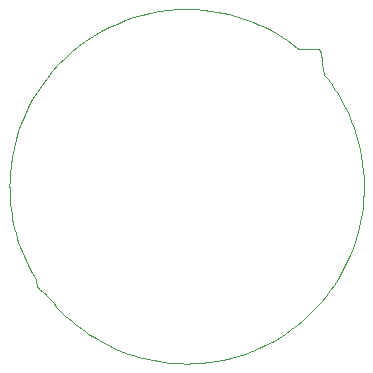
<source format=gbr>
%TF.GenerationSoftware,KiCad,Pcbnew,9.0.0*%
%TF.CreationDate,2025-05-05T09:11:19-07:00*%
%TF.ProjectId,DC33_Cnet_Badge_SAO,44433333-5f43-46e6-9574-5f4261646765,rev?*%
%TF.SameCoordinates,Original*%
%TF.FileFunction,Profile,NP*%
%FSLAX46Y46*%
G04 Gerber Fmt 4.6, Leading zero omitted, Abs format (unit mm)*
G04 Created by KiCad (PCBNEW 9.0.0) date 2025-05-05 09:11:19*
%MOMM*%
%LPD*%
G01*
G04 APERTURE LIST*
%TA.AperFunction,Profile*%
%ADD10C,0.100000*%
%TD*%
G04 APERTURE END LIST*
D10*
%TO.C,G\u002A\u002A\u002A*%
X151100000Y-84900000D02*
X151867114Y-84954488D01*
X152405681Y-85016375D01*
X152940850Y-85097829D01*
X153472067Y-85198624D01*
X153998772Y-85318532D01*
X154520408Y-85457328D01*
X155036419Y-85614785D01*
X155546247Y-85790675D01*
X156049335Y-85984774D01*
X156545125Y-86196853D01*
X157033060Y-86426686D01*
X157512583Y-86674046D01*
X157983137Y-86938708D01*
X158444163Y-87220444D01*
X158895105Y-87519028D01*
X159335406Y-87834233D01*
X159764508Y-88165832D01*
X159911901Y-88284118D01*
X160084508Y-88268648D01*
X160186216Y-88261606D01*
X160326125Y-88254771D01*
X160671211Y-88243046D01*
X161021098Y-88236121D01*
X161167007Y-88235285D01*
X161277116Y-88236643D01*
X161349161Y-88239434D01*
X161380475Y-88241286D01*
X161408940Y-88243515D01*
X161434770Y-88246174D01*
X161458184Y-88249319D01*
X161479397Y-88253004D01*
X161498626Y-88257282D01*
X161516087Y-88262208D01*
X161531997Y-88267837D01*
X161546572Y-88274222D01*
X161560029Y-88281419D01*
X161572584Y-88289481D01*
X161584454Y-88298462D01*
X161595855Y-88308417D01*
X161607003Y-88319401D01*
X161623857Y-88337967D01*
X161640102Y-88358043D01*
X161655734Y-88379617D01*
X161670747Y-88402679D01*
X161685138Y-88427215D01*
X161698902Y-88453214D01*
X161712032Y-88480665D01*
X161724526Y-88509556D01*
X161736377Y-88539875D01*
X161747582Y-88571611D01*
X161758134Y-88604752D01*
X161768031Y-88639286D01*
X161777265Y-88675202D01*
X161785834Y-88712488D01*
X161793732Y-88751132D01*
X161800954Y-88791123D01*
X161805741Y-88822517D01*
X161811410Y-88864924D01*
X161824555Y-88975311D01*
X161838707Y-89107354D01*
X161852183Y-89246123D01*
X161868877Y-89419749D01*
X161885132Y-89569729D01*
X161901592Y-89699912D01*
X161918899Y-89814148D01*
X161937695Y-89916288D01*
X161958621Y-90010180D01*
X161982321Y-90099674D01*
X162009437Y-90188621D01*
X162016911Y-90212838D01*
X162023959Y-90237736D01*
X162030451Y-90262729D01*
X162036253Y-90287232D01*
X162041235Y-90310659D01*
X162045264Y-90332423D01*
X162048209Y-90351939D01*
X162049937Y-90368621D01*
X162054937Y-90438621D01*
X162181920Y-90598621D01*
X162347242Y-90811107D01*
X162509175Y-91027642D01*
X162667605Y-91248031D01*
X162822421Y-91472082D01*
X162973512Y-91699598D01*
X163120765Y-91930385D01*
X163264067Y-92164250D01*
X163403308Y-92400997D01*
X163538374Y-92640432D01*
X163669155Y-92882360D01*
X163795537Y-93126588D01*
X163917409Y-93372920D01*
X164034659Y-93621162D01*
X164147174Y-93871120D01*
X164254844Y-94122599D01*
X164357555Y-94375405D01*
X164572317Y-94953706D01*
X164762482Y-95539561D01*
X164928008Y-96132084D01*
X165068852Y-96730389D01*
X165184972Y-97333590D01*
X165276325Y-97940801D01*
X165342870Y-98551137D01*
X165384564Y-99163712D01*
X165401366Y-99777640D01*
X165393231Y-100392036D01*
X165360120Y-101006013D01*
X165301988Y-101618686D01*
X165218795Y-102229169D01*
X165110497Y-102836577D01*
X164977053Y-103440023D01*
X164818420Y-104038622D01*
X164647320Y-104592862D01*
X164455059Y-105138948D01*
X164242013Y-105676319D01*
X164008555Y-106204414D01*
X163755062Y-106722670D01*
X163481910Y-107230526D01*
X163189473Y-107727422D01*
X162878128Y-108212796D01*
X162548249Y-108686086D01*
X162200213Y-109146731D01*
X161834394Y-109594169D01*
X161451169Y-110027840D01*
X161050912Y-110447181D01*
X160634000Y-110851632D01*
X160200807Y-111240631D01*
X159751710Y-111613617D01*
X159243681Y-112001808D01*
X158721499Y-112366730D01*
X158185934Y-112708114D01*
X157637759Y-113025692D01*
X157077747Y-113319195D01*
X156506668Y-113588354D01*
X155925296Y-113832901D01*
X155334402Y-114052567D01*
X154734759Y-114247083D01*
X154127137Y-114416182D01*
X153512310Y-114559594D01*
X152891050Y-114677051D01*
X152264128Y-114768284D01*
X151632316Y-114833024D01*
X150996387Y-114871004D01*
X150357113Y-114881954D01*
X150209711Y-114880796D01*
X150059707Y-114878678D01*
X149924656Y-114875898D01*
X149822113Y-114872755D01*
X149822115Y-114872770D01*
X149369513Y-114848067D01*
X148919406Y-114810197D01*
X148472004Y-114759219D01*
X148027516Y-114695192D01*
X147586152Y-114618177D01*
X147148119Y-114528233D01*
X146713629Y-114425420D01*
X146282889Y-114309796D01*
X145856109Y-114181422D01*
X145433499Y-114040356D01*
X145015268Y-113886660D01*
X144601624Y-113720391D01*
X144192778Y-113541610D01*
X143788938Y-113350376D01*
X143390314Y-113146749D01*
X142997114Y-112930788D01*
X142688217Y-112750201D01*
X142384308Y-112562751D01*
X142085429Y-112368473D01*
X141791621Y-112167401D01*
X141502924Y-111959570D01*
X141219380Y-111745015D01*
X140941028Y-111523771D01*
X140667910Y-111295872D01*
X140400066Y-111061355D01*
X140137538Y-110820253D01*
X139880366Y-110572601D01*
X139628591Y-110318435D01*
X139382254Y-110057789D01*
X139141395Y-109790697D01*
X138906056Y-109517196D01*
X138676276Y-109237320D01*
X138600129Y-109143226D01*
X138535844Y-109065414D01*
X138490191Y-109011965D01*
X138476468Y-108996903D01*
X138472252Y-108992729D01*
X138469942Y-108990963D01*
X138463003Y-108987362D01*
X138451562Y-108980363D01*
X138417269Y-108957670D01*
X138371255Y-108925879D01*
X138317714Y-108887986D01*
X138260836Y-108846985D01*
X138204816Y-108805872D01*
X138153844Y-108767644D01*
X138112114Y-108735294D01*
X138060593Y-108693777D01*
X138013530Y-108654714D01*
X137970517Y-108617733D01*
X137931148Y-108582462D01*
X137895019Y-108548529D01*
X137861722Y-108515561D01*
X137830850Y-108483187D01*
X137801999Y-108451032D01*
X137776455Y-108421690D01*
X137766148Y-108409118D01*
X137761529Y-108403042D01*
X137757235Y-108396986D01*
X137753243Y-108390860D01*
X137749529Y-108384573D01*
X137746069Y-108378037D01*
X137742842Y-108371161D01*
X137739822Y-108363854D01*
X137736988Y-108356027D01*
X137734314Y-108347591D01*
X137731779Y-108338454D01*
X137729358Y-108328527D01*
X137727028Y-108317720D01*
X137724766Y-108305943D01*
X137722548Y-108293106D01*
X137720351Y-108279119D01*
X137718151Y-108263892D01*
X137713651Y-108229358D01*
X137708861Y-108188784D01*
X137703592Y-108141450D01*
X137690873Y-108023622D01*
X137668732Y-107818622D01*
X137536749Y-107598623D01*
X137328210Y-107240021D01*
X137130069Y-106876817D01*
X136942378Y-106509172D01*
X136765192Y-106137245D01*
X136598563Y-105761198D01*
X136442545Y-105381190D01*
X136297191Y-104997383D01*
X136162555Y-104609936D01*
X136038689Y-104219012D01*
X135925647Y-103824769D01*
X135823483Y-103427368D01*
X135732250Y-103026971D01*
X135652001Y-102623737D01*
X135582789Y-102217828D01*
X135524667Y-101809402D01*
X135477690Y-101398622D01*
X135449987Y-101087265D01*
X135428699Y-100769664D01*
X135413861Y-100447973D01*
X135405505Y-100124348D01*
X135403666Y-99800946D01*
X135408378Y-99479920D01*
X135419674Y-99163427D01*
X135437590Y-98853622D01*
X135508342Y-98103185D01*
X135615428Y-97361621D01*
X135758317Y-96629988D01*
X135936478Y-95909346D01*
X136149380Y-95200753D01*
X136396489Y-94505269D01*
X136677276Y-93823952D01*
X136991208Y-93157862D01*
X137337754Y-92508057D01*
X137716382Y-91875597D01*
X138126561Y-91261541D01*
X138567759Y-90666947D01*
X139039445Y-90092875D01*
X139541088Y-89540383D01*
X140072154Y-89010531D01*
X140632114Y-88504377D01*
X141224681Y-88020275D01*
X141837822Y-87569254D01*
X142470262Y-87151718D01*
X143120724Y-86768071D01*
X143787930Y-86418716D01*
X144470603Y-86104057D01*
X145167468Y-85824497D01*
X145877245Y-85580439D01*
X146598659Y-85372287D01*
X147330433Y-85200445D01*
X148071289Y-85065316D01*
X148819951Y-84967304D01*
X149575141Y-84906811D01*
X150335583Y-84884242D01*
X151100000Y-84900000D01*
%TD*%
M02*

</source>
